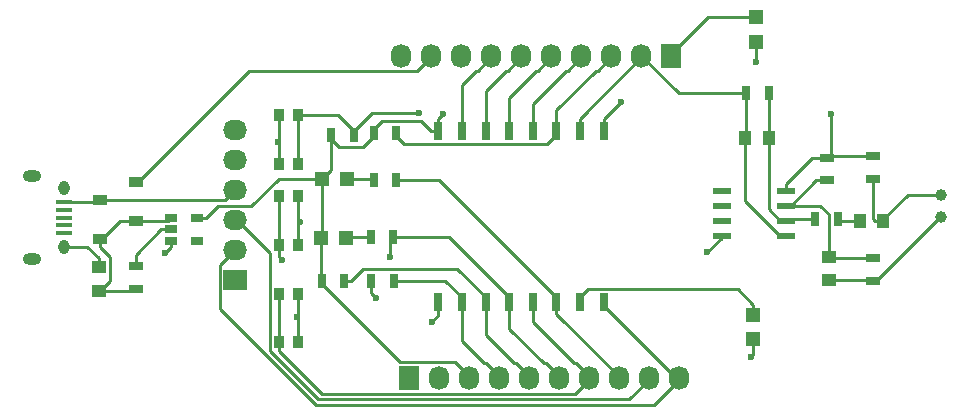
<source format=gbr>
G04 #@! TF.FileFunction,Copper,L1,Top,Signal*
%FSLAX46Y46*%
G04 Gerber Fmt 4.6, Leading zero omitted, Abs format (unit mm)*
G04 Created by KiCad (PCBNEW 4.0.2-4+6225~38~ubuntu15.10.1-stable) date Thu 10 Mar 2016 05:21:24 PM CST*
%MOMM*%
G01*
G04 APERTURE LIST*
%ADD10C,0.100000*%
%ADD11R,0.750000X1.500000*%
%ADD12R,1.198880X1.198880*%
%ADD13R,0.900000X1.000000*%
%ADD14R,1.727200X2.032000*%
%ADD15O,1.727200X2.032000*%
%ADD16R,1.060000X0.650000*%
%ADD17R,1.300000X0.700000*%
%ADD18R,1.220000X0.910000*%
%ADD19R,2.032000X1.727200*%
%ADD20O,2.032000X1.727200*%
%ADD21R,0.700000X1.300000*%
%ADD22R,1.550000X0.600000*%
%ADD23C,1.000000*%
%ADD24R,1.000000X1.250000*%
%ADD25R,1.350000X0.400000*%
%ADD26O,0.950000X1.250000*%
%ADD27O,1.550000X1.000000*%
%ADD28R,1.250000X1.000000*%
%ADD29C,0.600000*%
%ADD30C,0.250000*%
G04 APERTURE END LIST*
D10*
D11*
X158720000Y-76730000D03*
X160720000Y-76730000D03*
X164720000Y-76730000D03*
X162720000Y-76730000D03*
X170720000Y-76730000D03*
X172720000Y-76730000D03*
X168720000Y-76730000D03*
X166720000Y-76730000D03*
X166720000Y-62230000D03*
X168720000Y-62230000D03*
X172720000Y-62230000D03*
X170720000Y-62230000D03*
X162720000Y-62230000D03*
X164720000Y-62230000D03*
X160720000Y-62230000D03*
X158720000Y-62230000D03*
D12*
X185400000Y-77800000D03*
X185400000Y-79898040D03*
D13*
X146850000Y-60945000D03*
X145250000Y-60945000D03*
X146850000Y-65045000D03*
X145250000Y-65045000D03*
D14*
X178435000Y-55880000D03*
D15*
X175895000Y-55880000D03*
X173355000Y-55880000D03*
X170815000Y-55880000D03*
X168275000Y-55880000D03*
X165735000Y-55880000D03*
X163195000Y-55880000D03*
X160655000Y-55880000D03*
X158115000Y-55880000D03*
X155575000Y-55880000D03*
D16*
X136050000Y-69650000D03*
X136050000Y-70600000D03*
X136050000Y-71550000D03*
X138250000Y-71550000D03*
X138250000Y-69650000D03*
D17*
X133150000Y-75600000D03*
X133150000Y-73700000D03*
D18*
X130048000Y-71400000D03*
X130048000Y-68130000D03*
D19*
X141500000Y-74900000D03*
D20*
X141500000Y-72360000D03*
X141500000Y-69820000D03*
X141500000Y-67280000D03*
X141500000Y-64740000D03*
X141500000Y-62200000D03*
D21*
X153000000Y-71250000D03*
X154900000Y-71250000D03*
D22*
X188120000Y-71120000D03*
X188120000Y-69850000D03*
X188120000Y-68580000D03*
X188120000Y-67310000D03*
X182720000Y-67310000D03*
X182720000Y-68580000D03*
X182720000Y-69850000D03*
X182720000Y-71120000D03*
D17*
X195500000Y-73050000D03*
X195500000Y-74950000D03*
D23*
X201295000Y-69580000D03*
X201295000Y-67680000D03*
D17*
X191600000Y-64550000D03*
X191600000Y-66450000D03*
D24*
X194400000Y-69850000D03*
X196400000Y-69850000D03*
D21*
X153250000Y-62400000D03*
X155150000Y-62400000D03*
D13*
X145250000Y-80155000D03*
X146850000Y-80155000D03*
X145250000Y-76055000D03*
X146850000Y-76055000D03*
D21*
X148850000Y-74950000D03*
X150750000Y-74950000D03*
X154950000Y-74950000D03*
X153050000Y-74950000D03*
X149650000Y-62600000D03*
X151550000Y-62600000D03*
X153250000Y-66400000D03*
X155150000Y-66400000D03*
D14*
X156210000Y-83185000D03*
D15*
X158750000Y-83185000D03*
X161290000Y-83185000D03*
X163830000Y-83185000D03*
X166370000Y-83185000D03*
X168910000Y-83185000D03*
X171450000Y-83185000D03*
X173990000Y-83185000D03*
X176530000Y-83185000D03*
X179070000Y-83185000D03*
D25*
X127038540Y-68295100D03*
X127038540Y-68945100D03*
X127038540Y-69595100D03*
X127038540Y-70245100D03*
X127038540Y-70895100D03*
D26*
X127038540Y-67095100D03*
X127038540Y-72095100D03*
D27*
X124338540Y-66095100D03*
X124338540Y-73095100D03*
D28*
X129950000Y-75800000D03*
X129950000Y-73800000D03*
D24*
X184690000Y-62865000D03*
X186690000Y-62865000D03*
D28*
X191800000Y-72900000D03*
X191800000Y-74900000D03*
D12*
X185600000Y-54698040D03*
X185600000Y-52600000D03*
D21*
X186690000Y-59055000D03*
X184790000Y-59055000D03*
X192550000Y-69750000D03*
X190650000Y-69750000D03*
D17*
X195500000Y-64400000D03*
X195500000Y-66300000D03*
D18*
X133150000Y-69870000D03*
X133150000Y-66600000D03*
D12*
X148801960Y-71350000D03*
X150900000Y-71350000D03*
X148900000Y-66300000D03*
X150998040Y-66300000D03*
D13*
X145250000Y-71900000D03*
X146850000Y-71900000D03*
X145250000Y-67800000D03*
X146850000Y-67800000D03*
D29*
X145150000Y-63200000D03*
X135550000Y-72600000D03*
X153450000Y-76400000D03*
X158150000Y-78400000D03*
X146750000Y-78000000D03*
X181500000Y-72500000D03*
X147000000Y-70000000D03*
X185650000Y-56400000D03*
X174200000Y-59800000D03*
X157057240Y-60710507D03*
X191950000Y-60800000D03*
X159100000Y-60850000D03*
X185150000Y-81400000D03*
X154650000Y-72900000D03*
X145500000Y-73150000D03*
D30*
X130048000Y-71400000D02*
X130048000Y-72105000D01*
X130900001Y-72957001D02*
X130900001Y-74974999D01*
X130048000Y-72105000D02*
X130900001Y-72957001D01*
X130900001Y-74974999D02*
X130075000Y-75800000D01*
X130075000Y-75800000D02*
X129950000Y-75800000D01*
X133150000Y-69870000D02*
X135830000Y-69870000D01*
X135830000Y-69870000D02*
X136050000Y-69650000D01*
X130048000Y-71400000D02*
X130203000Y-71400000D01*
X130203000Y-71400000D02*
X131733000Y-69870000D01*
X131733000Y-69870000D02*
X133150000Y-69870000D01*
X129950000Y-75800000D02*
X132950000Y-75800000D01*
X132950000Y-75800000D02*
X133150000Y-75600000D01*
X145250000Y-60945000D02*
X145250000Y-63100000D01*
X145250000Y-63100000D02*
X145150000Y-63200000D01*
X145250000Y-65045000D02*
X145250000Y-63300000D01*
X145250000Y-63300000D02*
X145150000Y-63200000D01*
X136050000Y-71550000D02*
X136050000Y-72100000D01*
X136050000Y-72100000D02*
X135550000Y-72600000D01*
X127038540Y-72095100D02*
X128995100Y-72095100D01*
X128995100Y-72095100D02*
X129950000Y-73050000D01*
X129950000Y-73050000D02*
X129950000Y-73800000D01*
X195500000Y-74950000D02*
X195800000Y-74950000D01*
X195800000Y-74950000D02*
X201170000Y-69580000D01*
X201170000Y-69580000D02*
X201295000Y-69580000D01*
X191800000Y-74900000D02*
X195450000Y-74900000D01*
X195450000Y-74900000D02*
X195500000Y-74950000D01*
X195680000Y-75020000D02*
X195980000Y-75020000D01*
X201295000Y-69705000D02*
X201295000Y-69580000D01*
X153050000Y-74950000D02*
X153050000Y-76000000D01*
X153050000Y-76000000D02*
X153450000Y-76400000D01*
X158720000Y-76730000D02*
X158720000Y-77830000D01*
X158720000Y-77830000D02*
X158150000Y-78400000D01*
X146850000Y-76055000D02*
X146850000Y-77900000D01*
X146850000Y-77900000D02*
X146750000Y-78000000D01*
X146850000Y-80155000D02*
X146850000Y-78100000D01*
X146850000Y-78100000D02*
X146750000Y-78000000D01*
X182720000Y-71120000D02*
X182720000Y-71280000D01*
X182720000Y-71280000D02*
X181500000Y-72500000D01*
X146850000Y-70150000D02*
X147000000Y-70000000D01*
X146850000Y-71900000D02*
X146850000Y-70150000D01*
X146850000Y-67800000D02*
X146850000Y-69850000D01*
X146850000Y-69850000D02*
X147000000Y-70000000D01*
X146850000Y-76105000D02*
X146850000Y-76055000D01*
X156210000Y-83032600D02*
X156210000Y-83185000D01*
X195460000Y-74800000D02*
X195680000Y-75020000D01*
X195460000Y-74800000D02*
X195680000Y-75020000D01*
X175895000Y-55880000D02*
X175895000Y-56032400D01*
X175895000Y-56032400D02*
X170720000Y-61207400D01*
X170720000Y-61207400D02*
X170720000Y-61230000D01*
X170720000Y-61230000D02*
X170720000Y-62230000D01*
X184790000Y-59055000D02*
X179070000Y-59055000D01*
X179070000Y-59055000D02*
X175895000Y-55880000D01*
X184790000Y-59055000D02*
X184790000Y-62765000D01*
X184790000Y-62765000D02*
X184690000Y-62865000D01*
X188120000Y-71120000D02*
X187645000Y-71120000D01*
X187645000Y-71120000D02*
X184690000Y-68165000D01*
X184690000Y-68165000D02*
X184690000Y-63740000D01*
X184690000Y-63740000D02*
X184690000Y-62865000D01*
X190650000Y-69750000D02*
X188220000Y-69750000D01*
X188220000Y-69750000D02*
X188120000Y-69850000D01*
X186690000Y-62865000D02*
X186690000Y-61990000D01*
X186690000Y-61990000D02*
X186690000Y-59055000D01*
X188120000Y-69850000D02*
X187645000Y-69850000D01*
X187645000Y-69850000D02*
X186690000Y-68895000D01*
X186690000Y-68895000D02*
X186690000Y-63740000D01*
X186690000Y-63740000D02*
X186690000Y-62865000D01*
X195500000Y-73050000D02*
X191950000Y-73050000D01*
X191950000Y-73050000D02*
X191800000Y-72900000D01*
X191800000Y-72900000D02*
X191800000Y-69314998D01*
X191800000Y-69314998D02*
X191065002Y-68580000D01*
X189145000Y-68580000D02*
X188120000Y-68580000D01*
X191065002Y-68580000D02*
X189145000Y-68580000D01*
X191600000Y-66450000D02*
X190700000Y-66450000D01*
X190700000Y-66450000D02*
X188570000Y-68580000D01*
X188570000Y-68580000D02*
X188120000Y-68580000D01*
X194400000Y-69850000D02*
X192650000Y-69850000D01*
X192650000Y-69850000D02*
X192550000Y-69750000D01*
X195500000Y-66300000D02*
X195500000Y-69700000D01*
X195500000Y-69700000D02*
X195650000Y-69850000D01*
X195650000Y-69850000D02*
X196400000Y-69850000D01*
X201295000Y-67680000D02*
X198445000Y-67680000D01*
X198445000Y-67680000D02*
X196400000Y-69725000D01*
X196400000Y-69725000D02*
X196400000Y-69850000D01*
X185650000Y-56400000D02*
X185650000Y-54748040D01*
X185650000Y-54748040D02*
X185600000Y-54698040D01*
X174200000Y-59800000D02*
X172720000Y-61280000D01*
X172720000Y-61280000D02*
X172720000Y-62230000D01*
X146850000Y-60945000D02*
X150195000Y-60945000D01*
X150195000Y-60945000D02*
X151550000Y-62300000D01*
X151550000Y-62300000D02*
X151550000Y-62600000D01*
X146850000Y-65045000D02*
X146850000Y-64295000D01*
X146850000Y-64295000D02*
X146850000Y-60945000D01*
X151550000Y-62300000D02*
X153139493Y-60710507D01*
X153139493Y-60710507D02*
X157057240Y-60710507D01*
X185600000Y-52600000D02*
X181562600Y-52600000D01*
X181562600Y-52600000D02*
X178435000Y-55727600D01*
X178435000Y-55727600D02*
X178435000Y-55880000D01*
X170720000Y-76730000D02*
X170720000Y-76355000D01*
X170720000Y-76355000D02*
X171420001Y-75654999D01*
X171420001Y-75654999D02*
X184104439Y-75654999D01*
X184104439Y-75654999D02*
X185400000Y-76950560D01*
X185400000Y-76950560D02*
X185400000Y-77800000D01*
X148900000Y-66300000D02*
X145214998Y-66300000D01*
X142868998Y-68646000D02*
X142159348Y-68646000D01*
X145214998Y-66300000D02*
X142868998Y-68646000D01*
X142159348Y-68646000D02*
X142144738Y-68631390D01*
X139030000Y-69650000D02*
X138250000Y-69650000D01*
X142144738Y-68631390D02*
X140048610Y-68631390D01*
X140048610Y-68631390D02*
X139030000Y-69650000D01*
X195500000Y-64400000D02*
X191750000Y-64400000D01*
X191750000Y-64400000D02*
X191600000Y-64550000D01*
X188120000Y-67310000D02*
X188120000Y-66760000D01*
X188120000Y-66760000D02*
X190330000Y-64550000D01*
X190330000Y-64550000D02*
X190700000Y-64550000D01*
X190700000Y-64550000D02*
X191600000Y-64550000D01*
X191950000Y-60800000D02*
X191950000Y-64200000D01*
X191950000Y-64200000D02*
X191600000Y-64550000D01*
X188120000Y-67230000D02*
X188120000Y-67310000D01*
X153250000Y-62400000D02*
X153250000Y-62100000D01*
X153250000Y-62100000D02*
X153925001Y-61424999D01*
X153925001Y-61424999D02*
X157289999Y-61424999D01*
X157289999Y-61424999D02*
X158095000Y-62230000D01*
X158095000Y-62230000D02*
X158720000Y-62230000D01*
X153250000Y-62400000D02*
X153250000Y-62700000D01*
X152374999Y-63575001D02*
X150325001Y-63575001D01*
X153250000Y-62700000D02*
X152374999Y-63575001D01*
X150325001Y-63575001D02*
X149650000Y-62900000D01*
X149650000Y-62900000D02*
X149650000Y-62600000D01*
X158720000Y-62230000D02*
X158720000Y-61230000D01*
X158720000Y-61230000D02*
X159100000Y-60850000D01*
X148850000Y-74950000D02*
X148850000Y-75250000D01*
X148850000Y-75250000D02*
X155443999Y-81843999D01*
X155443999Y-81843999D02*
X160101399Y-81843999D01*
X160101399Y-81843999D02*
X161290000Y-83032600D01*
X161290000Y-83032600D02*
X161290000Y-83185000D01*
X148801960Y-71350000D02*
X148801960Y-74901960D01*
X148801960Y-74901960D02*
X148850000Y-74950000D01*
X148900000Y-66300000D02*
X148900000Y-71251960D01*
X148900000Y-71251960D02*
X148801960Y-71350000D01*
X149650000Y-62600000D02*
X149650000Y-65550000D01*
X149650000Y-65550000D02*
X148900000Y-66300000D01*
X158550000Y-62400000D02*
X158720000Y-62230000D01*
X161290000Y-83337400D02*
X161290000Y-83185000D01*
X141605000Y-72390000D02*
X141452600Y-72390000D01*
X141452600Y-72390000D02*
X140263999Y-73578601D01*
X140263999Y-73578601D02*
X140263999Y-77340411D01*
X176981371Y-85426029D02*
X179070000Y-83337400D01*
X140263999Y-77340411D02*
X148349617Y-85426029D01*
X148349617Y-85426029D02*
X176981371Y-85426029D01*
X179070000Y-83337400D02*
X179070000Y-83185000D01*
X172720000Y-76730000D02*
X172720000Y-77105000D01*
X172720000Y-77105000D02*
X178800000Y-83185000D01*
X178800000Y-83185000D02*
X179070000Y-83185000D01*
X133150000Y-66600000D02*
X133305000Y-66600000D01*
X133305000Y-66600000D02*
X142683990Y-57221010D01*
X142683990Y-57221010D02*
X156926390Y-57221010D01*
X156926390Y-57221010D02*
X158115000Y-56032400D01*
X158115000Y-56032400D02*
X158115000Y-55880000D01*
X158115000Y-55727600D02*
X158115000Y-55880000D01*
X130048000Y-68130000D02*
X140650000Y-68130000D01*
X140650000Y-68130000D02*
X141500000Y-67280000D01*
X127038540Y-68295100D02*
X129882900Y-68295100D01*
X129882900Y-68295100D02*
X130048000Y-68130000D01*
X141652400Y-67280000D02*
X141500000Y-67280000D01*
X141605000Y-67310000D02*
X141452600Y-67310000D01*
X160655000Y-56032400D02*
X160655000Y-55880000D01*
X127038540Y-68295100D02*
X127513540Y-68295100D01*
X185400000Y-79898040D02*
X185400000Y-81150000D01*
X185400000Y-81150000D02*
X185150000Y-81400000D01*
X176530000Y-83185000D02*
X176530000Y-83032600D01*
X144474999Y-80915001D02*
X148536017Y-84976019D01*
X148536017Y-84976019D02*
X174891381Y-84976019D01*
X176530000Y-83337400D02*
X176530000Y-83185000D01*
X174891381Y-84976019D02*
X176530000Y-83337400D01*
X141605000Y-69850000D02*
X141757400Y-69850000D01*
X141757400Y-69850000D02*
X144474999Y-72567599D01*
X144474999Y-72567599D02*
X144474999Y-80915001D01*
X133150000Y-73700000D02*
X133150000Y-72720000D01*
X133150000Y-72720000D02*
X135270000Y-70600000D01*
X135270000Y-70600000D02*
X136050000Y-70600000D01*
X153000000Y-71250000D02*
X151000000Y-71250000D01*
X151000000Y-71250000D02*
X150900000Y-71350000D01*
X150998040Y-66300000D02*
X153150000Y-66300000D01*
X153150000Y-66300000D02*
X153250000Y-66400000D01*
X155150000Y-62400000D02*
X155150000Y-62700000D01*
X155150000Y-62700000D02*
X155825001Y-63375001D01*
X155825001Y-63375001D02*
X167949999Y-63375001D01*
X167949999Y-63375001D02*
X168720000Y-62605000D01*
X168720000Y-62605000D02*
X168720000Y-62230000D01*
X168720000Y-62230000D02*
X168720000Y-60515000D01*
X168720000Y-60515000D02*
X172089000Y-57146000D01*
X172089000Y-57146000D02*
X172241400Y-57146000D01*
X172241400Y-57146000D02*
X173355000Y-56032400D01*
X173355000Y-56032400D02*
X173355000Y-55880000D01*
X166720000Y-62230000D02*
X166720000Y-59975000D01*
X166720000Y-59975000D02*
X169549000Y-57146000D01*
X169549000Y-57146000D02*
X169701400Y-57146000D01*
X169701400Y-57146000D02*
X170815000Y-56032400D01*
X170815000Y-56032400D02*
X170815000Y-55880000D01*
X164720000Y-62230000D02*
X164720000Y-59435000D01*
X164720000Y-59435000D02*
X167009000Y-57146000D01*
X167009000Y-57146000D02*
X167161400Y-57146000D01*
X167161400Y-57146000D02*
X168275000Y-56032400D01*
X168275000Y-56032400D02*
X168275000Y-55880000D01*
X162720000Y-62230000D02*
X162720000Y-58895000D01*
X162720000Y-58895000D02*
X164469000Y-57146000D01*
X164621400Y-57146000D02*
X165735000Y-56032400D01*
X165735000Y-56032400D02*
X165735000Y-55880000D01*
X164469000Y-57146000D02*
X164621400Y-57146000D01*
X160720000Y-62230000D02*
X160720000Y-58355000D01*
X160720000Y-58355000D02*
X161929000Y-57146000D01*
X163195000Y-56032400D02*
X163195000Y-55880000D01*
X161929000Y-57146000D02*
X162081400Y-57146000D01*
X162081400Y-57146000D02*
X163195000Y-56032400D01*
X154950000Y-74950000D02*
X159315000Y-74950000D01*
X159315000Y-74950000D02*
X160720000Y-76355000D01*
X160720000Y-76355000D02*
X160720000Y-76730000D01*
X160720000Y-76730000D02*
X160720000Y-80075000D01*
X163830000Y-83032600D02*
X163830000Y-83185000D01*
X160720000Y-80075000D02*
X162564000Y-81919000D01*
X162564000Y-81919000D02*
X162716400Y-81919000D01*
X162716400Y-81919000D02*
X163830000Y-83032600D01*
X150750000Y-74950000D02*
X151350000Y-74950000D01*
X151350000Y-74950000D02*
X152325001Y-73974999D01*
X152325001Y-73974999D02*
X160339999Y-73974999D01*
X160339999Y-73974999D02*
X162720000Y-76355000D01*
X162720000Y-76355000D02*
X162720000Y-76730000D01*
X162720000Y-76730000D02*
X162720000Y-79535000D01*
X162720000Y-79535000D02*
X165104000Y-81919000D01*
X165104000Y-81919000D02*
X165256400Y-81919000D01*
X165256400Y-81919000D02*
X166370000Y-83032600D01*
X166370000Y-83032600D02*
X166370000Y-83185000D01*
X154650000Y-72900000D02*
X154650000Y-71500000D01*
X154650000Y-71500000D02*
X154900000Y-71250000D01*
X145250000Y-71900000D02*
X145250000Y-72900000D01*
X145250000Y-72900000D02*
X145500000Y-73150000D01*
X145250000Y-71950000D02*
X145250000Y-71900000D01*
X154900000Y-71250000D02*
X159615000Y-71250000D01*
X159615000Y-71250000D02*
X164720000Y-76355000D01*
X164720000Y-76355000D02*
X164720000Y-76730000D01*
X145250000Y-71900000D02*
X145250000Y-67800000D01*
X164720000Y-76730000D02*
X164720000Y-78995000D01*
X164720000Y-78995000D02*
X167644000Y-81919000D01*
X167644000Y-81919000D02*
X167796400Y-81919000D01*
X167796400Y-81919000D02*
X168910000Y-83032600D01*
X168910000Y-83032600D02*
X168910000Y-83185000D01*
X145250000Y-80155000D02*
X145250000Y-80905000D01*
X145250000Y-80905000D02*
X148871010Y-84526010D01*
X148871010Y-84526010D02*
X170261390Y-84526010D01*
X170261390Y-84526010D02*
X171450000Y-83337400D01*
X171450000Y-83337400D02*
X171450000Y-83185000D01*
X145250000Y-80155000D02*
X145250000Y-79405000D01*
X145250000Y-79405000D02*
X145250000Y-76055000D01*
X166720000Y-76730000D02*
X166720000Y-78455000D01*
X166720000Y-78455000D02*
X170184000Y-81919000D01*
X170184000Y-81919000D02*
X170336400Y-81919000D01*
X170336400Y-81919000D02*
X171450000Y-83032600D01*
X171450000Y-83032600D02*
X171450000Y-83185000D01*
X155150000Y-66400000D02*
X158765000Y-66400000D01*
X158765000Y-66400000D02*
X168720000Y-76355000D01*
X168720000Y-76355000D02*
X168720000Y-76730000D01*
X168720000Y-77730000D02*
X168720000Y-76730000D01*
X173990000Y-83185000D02*
X173990000Y-83032600D01*
X173990000Y-83032600D02*
X168720000Y-77762600D01*
X168720000Y-77762600D02*
X168720000Y-77730000D01*
M02*

</source>
